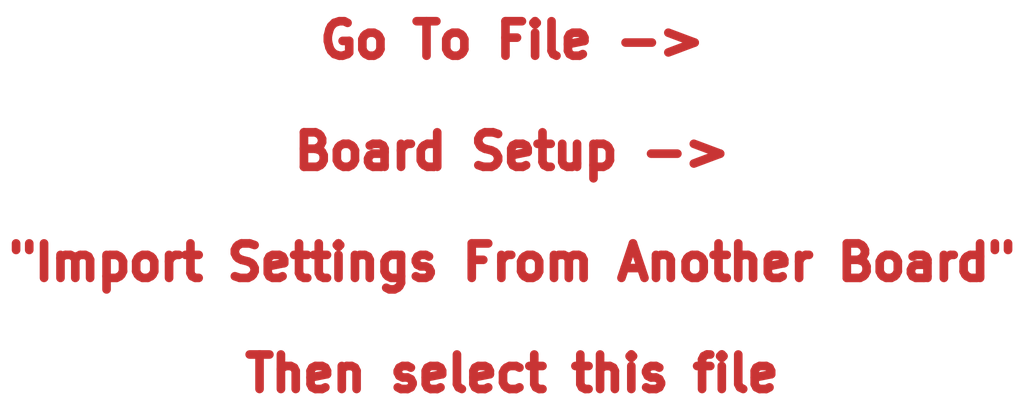
<source format=kicad_pcb>
(kicad_pcb
	(version 20241229)
	(generator "pcbnew")
	(generator_version "9.0")
	(general
		(thickness 1.6)
		(legacy_teardrops no)
	)
	(paper "A4")
	(title_block
		(title "KRONOS [KX]")
		(date "11/17/2024")
		(rev "1-GENESIS")
		(company "ADDEYX")
	)
	(layers
		(0 "F.Cu" jumper "L1")
		(4 "In1.Cu" signal "L2")
		(6 "In2.Cu" signal "L3")
		(2 "B.Cu" signal "L4")
		(9 "F.Adhes" user "F.Adhesive")
		(11 "B.Adhes" user "B.Adhesive")
		(13 "F.Paste" user)
		(15 "B.Paste" user)
		(5 "F.SilkS" user "F.Silkscreen")
		(7 "B.SilkS" user "B.Silkscreen")
		(1 "F.Mask" user)
		(3 "B.Mask" user)
		(17 "Dwgs.User" user "User.Drawings")
		(19 "Cmts.User" user "User.Comments")
		(21 "Eco1.User" user "User.Eco1")
		(23 "Eco2.User" user "User.Eco2")
		(25 "Edge.Cuts" user)
		(27 "Margin" user)
		(31 "F.CrtYd" user "F.Courtyard")
		(29 "B.CrtYd" user "B.Courtyard")
		(35 "F.Fab" user)
		(33 "B.Fab" user)
		(39 "User.1" user)
		(41 "User.2" user)
		(43 "User.3" user)
		(45 "User.4" user)
		(47 "User.5" user)
		(49 "User.6" user)
		(51 "User.7" user)
		(53 "User.8" user)
		(55 "User.9" user)
	)
	(setup
		(stackup
			(layer "F.SilkS"
				(type "Top Silk Screen")
			)
			(layer "F.Paste"
				(type "Top Solder Paste")
			)
			(layer "F.Mask"
				(type "Top Solder Mask")
				(thickness 0.01)
			)
			(layer "F.Cu"
				(type "copper")
				(thickness 0.035)
			)
			(layer "dielectric 1"
				(type "prepreg")
				(thickness 0.1)
				(material "FR4")
				(epsilon_r 4.5)
				(loss_tangent 0.02)
			)
			(layer "In1.Cu"
				(type "copper")
				(thickness 0.035)
			)
			(layer "dielectric 2"
				(type "core")
				(thickness 1.24)
				(material "FR4")
				(epsilon_r 4.5)
				(loss_tangent 0.02)
			)
			(layer "In2.Cu"
				(type "copper")
				(thickness 0.035)
			)
			(layer "dielectric 3"
				(type "prepreg")
				(thickness 0.1)
				(material "FR4")
				(epsilon_r 4.5)
				(loss_tangent 0.02)
			)
			(layer "B.Cu"
				(type "copper")
				(thickness 0.035)
			)
			(layer "B.Mask"
				(type "Bottom Solder Mask")
				(thickness 0.01)
			)
			(layer "B.Paste"
				(type "Bottom Solder Paste")
			)
			(layer "B.SilkS"
				(type "Bottom Silk Screen")
			)
			(copper_finish "None")
			(dielectric_constraints no)
		)
		(pad_to_mask_clearance 0)
		(allow_soldermask_bridges_in_footprints no)
		(tenting front back)
		(pcbplotparams
			(layerselection 0x00000000_00000000_55555555_5755f5ff)
			(plot_on_all_layers_selection 0x00000000_00000000_00000000_00000000)
			(disableapertmacros no)
			(usegerberextensions no)
			(usegerberattributes yes)
			(usegerberadvancedattributes yes)
			(creategerberjobfile yes)
			(dashed_line_dash_ratio 12.000000)
			(dashed_line_gap_ratio 3.000000)
			(svgprecision 4)
			(plotframeref no)
			(mode 1)
			(useauxorigin no)
			(hpglpennumber 1)
			(hpglpenspeed 20)
			(hpglpendiameter 15.000000)
			(pdf_front_fp_property_popups yes)
			(pdf_back_fp_property_popups yes)
			(pdf_metadata yes)
			(pdf_single_document no)
			(dxfpolygonmode yes)
			(dxfimperialunits yes)
			(dxfusepcbnewfont yes)
			(psnegative no)
			(psa4output no)
			(plot_black_and_white yes)
			(plotinvisibletext no)
			(sketchpadsonfab no)
			(plotpadnumbers no)
			(hidednponfab no)
			(sketchdnponfab yes)
			(crossoutdnponfab yes)
			(subtractmaskfromsilk no)
			(outputformat 1)
			(mirror no)
			(drillshape 1)
			(scaleselection 1)
			(outputdirectory "")
		)
	)
	(net 0 "")
	(gr_text "Go To File ->\n\nBoard Setup ->\n\n{dblquote}Import Settings From Another Board{dblquote}\n\nThen select this file\n"
		(at 153 120.82 0)
		(layer "F.Cu")
		(uuid "1a58620d-32ba-4b09-8e76-471d5661b4e3")
		(effects
			(font
				(size 4 4)
				(thickness 1)
				(bold yes)
			)
			(justify bottom)
		)
	)
	(embedded_fonts no)
)

</source>
